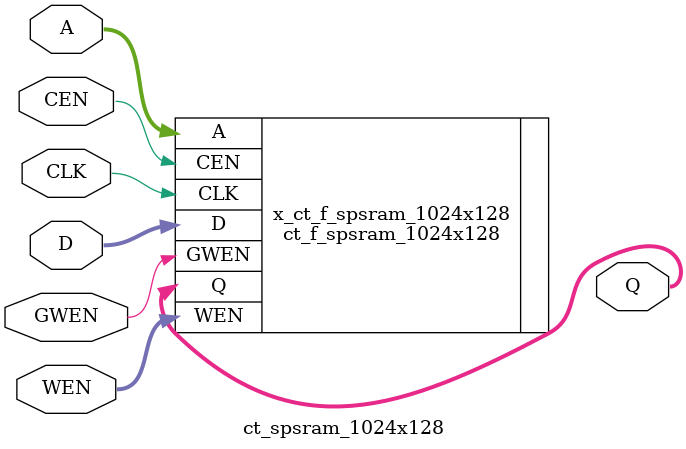
<source format=v>
/*Copyright 2019-2021 T-Head Semiconductor Co., Ltd.

Licensed under the Apache License, Version 2.0 (the "License");
you may not use this file except in compliance with the License.
You may obtain a copy of the License at

    http://www.apache.org/licenses/LICENSE-2.0

Unless required by applicable law or agreed to in writing, software
distributed under the License is distributed on an "AS IS" BASIS,
WITHOUT WARRANTIES OR CONDITIONS OF ANY KIND, either express or implied.
See the License for the specific language governing permissions and
limitations under the License.
*/

// &ModuleBeg; @22
module ct_spsram_1024x128(
  A,
  CEN,
  CLK,
  D,
  GWEN,
  Q,
  WEN
);

// &Ports; @23
input   [9  :0]  A;   
input            CEN; 
input            CLK; 
input   [127:0]  D;   
input            GWEN; 
input   [127:0]  WEN; 
output  [127:0]  Q;   

// &Regs; @24

// &Wires; @25
wire    [9  :0]  A;   
wire             CEN; 
wire             CLK; 
wire    [127:0]  D;   
wire             GWEN; 
wire    [127:0]  Q;   
wire    [127:0]  WEN; 


//**********************************************************
//                  Parameter Definition
//**********************************************************
parameter ADDR_WIDTH = 10;
parameter DATA_WIDTH = 128;
parameter WE_WIDTH   = 128;

// &Force("bus","Q",DATA_WIDTH-1,0); @34
// &Force("bus","WEN",WE_WIDTH-1,0); @35
// &Force("bus","A",ADDR_WIDTH-1,0); @36
// &Force("bus","D",DATA_WIDTH-1,0); @37

//  //********************************************************
//  //*                        FPGA memory                   *
//  //********************************************************
//   &Instance("ct_f_spsram_1024x128"); @43
ct_f_spsram_1024x128  x_ct_f_spsram_1024x128 (
  .A    (A   ),
  .CEN  (CEN ),
  .CLK  (CLK ),
  .D    (D   ),
  .GWEN (GWEN),
  .Q    (Q   ),
  .WEN  (WEN )
);

//   &Instance("ct_tsmc_spsram_1024x128"); @49

// &ModuleEnd; @65
endmodule



</source>
